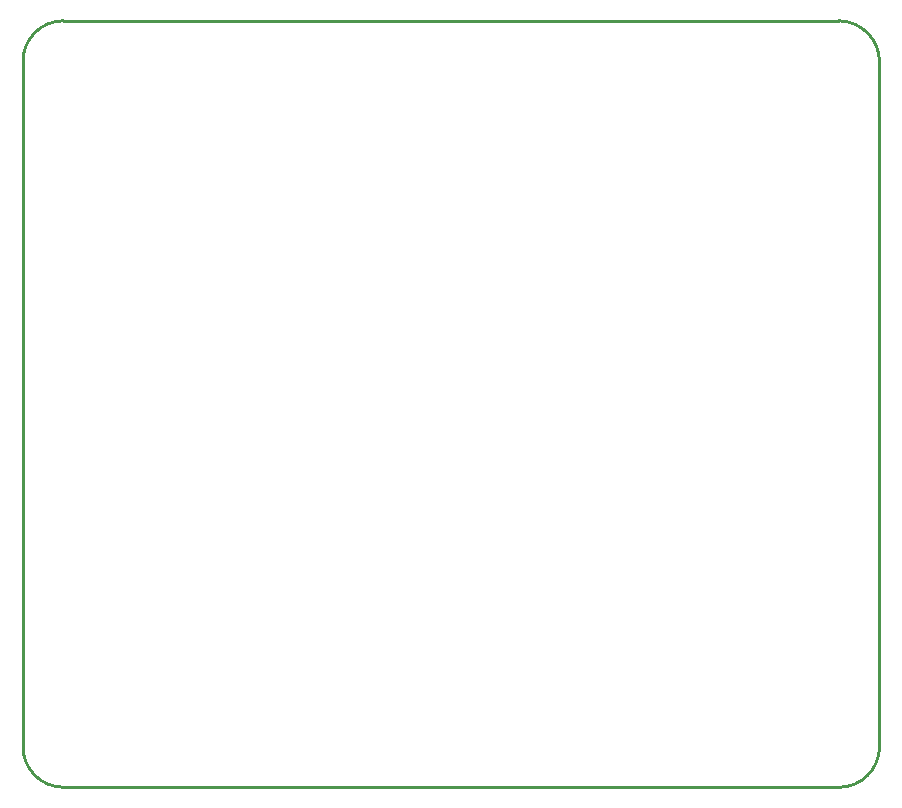
<source format=gm1>
G04*
G04 #@! TF.GenerationSoftware,Altium Limited,Altium Designer,22.6.1 (34)*
G04*
G04 Layer_Color=16711935*
%FSLAX25Y25*%
%MOIN*%
G70*
G04*
G04 #@! TF.SameCoordinates,DDC90878-0471-41C9-9F99-EECD3968BD0F*
G04*
G04*
G04 #@! TF.FilePolarity,Positive*
G04*
G01*
G75*
%ADD13C,0.01000*%
D13*
X372000Y233000D02*
G03*
X385500Y246500I0J13500D01*
G01*
X100000D02*
G03*
X113500Y233000I13500J0D01*
G01*
Y488500D02*
G03*
X100000Y475000I0J-13500D01*
G01*
X385500Y474500D02*
G03*
X372000Y488500I-13750J250D01*
G01*
X113500Y233000D02*
X372000D01*
X100000Y246500D02*
Y475000D01*
X113500Y488500D02*
X372000D01*
X385500Y246500D02*
Y474500D01*
M02*

</source>
